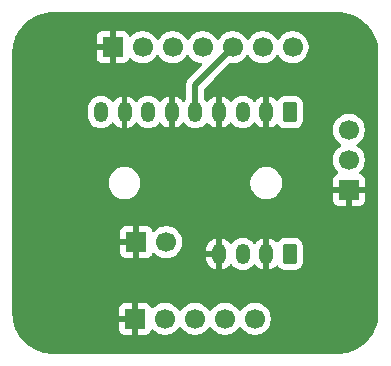
<source format=gbr>
%TF.GenerationSoftware,KiCad,Pcbnew,9.0.2*%
%TF.CreationDate,2025-07-05T20:05:03-04:00*%
%TF.ProjectId,MT6835 Breakout,4d543638-3335-4204-9272-65616b6f7574,rev?*%
%TF.SameCoordinates,Original*%
%TF.FileFunction,Copper,L2,Bot*%
%TF.FilePolarity,Positive*%
%FSLAX46Y46*%
G04 Gerber Fmt 4.6, Leading zero omitted, Abs format (unit mm)*
G04 Created by KiCad (PCBNEW 9.0.2) date 2025-07-05 20:05:03*
%MOMM*%
%LPD*%
G01*
G04 APERTURE LIST*
G04 Aperture macros list*
%AMRoundRect*
0 Rectangle with rounded corners*
0 $1 Rounding radius*
0 $2 $3 $4 $5 $6 $7 $8 $9 X,Y pos of 4 corners*
0 Add a 4 corners polygon primitive as box body*
4,1,4,$2,$3,$4,$5,$6,$7,$8,$9,$2,$3,0*
0 Add four circle primitives for the rounded corners*
1,1,$1+$1,$2,$3*
1,1,$1+$1,$4,$5*
1,1,$1+$1,$6,$7*
1,1,$1+$1,$8,$9*
0 Add four rect primitives between the rounded corners*
20,1,$1+$1,$2,$3,$4,$5,0*
20,1,$1+$1,$4,$5,$6,$7,0*
20,1,$1+$1,$6,$7,$8,$9,0*
20,1,$1+$1,$8,$9,$2,$3,0*%
G04 Aperture macros list end*
%TA.AperFunction,ComponentPad*%
%ADD10O,1.200000X1.750000*%
%TD*%
%TA.AperFunction,ComponentPad*%
%ADD11RoundRect,0.250000X0.350000X0.625000X-0.350000X0.625000X-0.350000X-0.625000X0.350000X-0.625000X0*%
%TD*%
%TA.AperFunction,ComponentPad*%
%ADD12R,1.700000X1.700000*%
%TD*%
%TA.AperFunction,ComponentPad*%
%ADD13C,1.700000*%
%TD*%
%TA.AperFunction,Conductor*%
%ADD14C,0.508000*%
%TD*%
G04 APERTURE END LIST*
D10*
%TO.P,J1,9,Pin_9*%
%TO.N,NCS*%
X131000000Y-89000000D03*
%TO.P,J1,8,Pin_8*%
%TO.N,GND*%
X133000000Y-89000000D03*
%TO.P,J1,7,Pin_7*%
%TO.N,SCK*%
X135000000Y-89000000D03*
%TO.P,J1,6,Pin_6*%
%TO.N,GND*%
X137000000Y-89000000D03*
%TO.P,J1,5,Pin_5*%
%TO.N,MISO*%
X139000000Y-89000000D03*
%TO.P,J1,4,Pin_4*%
%TO.N,GND*%
X141000000Y-89000000D03*
%TO.P,J1,3,Pin_3*%
%TO.N,MOSI*%
X143000000Y-89000000D03*
%TO.P,J1,2,Pin_2*%
%TO.N,GND*%
X145000000Y-89000000D03*
D11*
%TO.P,J1,1,Pin_1*%
%TO.N,+3V3*%
X147000000Y-89000000D03*
%TD*%
D12*
%TO.P,J6,1,Pin_1*%
%TO.N,GND*%
X133880000Y-106500000D03*
D13*
%TO.P,J6,2,Pin_2*%
%TO.N,PWM*%
X136420000Y-106500000D03*
%TO.P,J6,3,Pin_3*%
%TO.N,B*%
X138960000Y-106500000D03*
%TO.P,J6,4,Pin_4*%
%TO.N,A*%
X141500000Y-106500000D03*
%TO.P,J6,5,Pin_5*%
%TO.N,+3V3*%
X144040000Y-106500000D03*
%TD*%
%TO.P,J5,7,Pin_7*%
%TO.N,CAL*%
X147240000Y-83500000D03*
%TO.P,J5,6,Pin_6*%
%TO.N,+3V3*%
X144700000Y-83500000D03*
%TO.P,J5,5,Pin_5*%
%TO.N,MISO*%
X142160000Y-83500000D03*
%TO.P,J5,4,Pin_4*%
%TO.N,MOSI*%
X139620000Y-83500000D03*
%TO.P,J5,3,Pin_3*%
%TO.N,SCK*%
X137080000Y-83500000D03*
%TO.P,J5,2,Pin_2*%
%TO.N,NCS*%
X134540000Y-83500000D03*
D12*
%TO.P,J5,1,Pin_1*%
%TO.N,GND*%
X132000000Y-83500000D03*
%TD*%
%TO.P,J4,1,Pin_1*%
%TO.N,GND*%
X134000000Y-100000000D03*
D13*
%TO.P,J4,2,Pin_2*%
%TO.N,PWM*%
X136540000Y-100000000D03*
%TD*%
D12*
%TO.P,J3,1,Pin_1*%
%TO.N,GND*%
X152000000Y-95580000D03*
D13*
%TO.P,J3,2,Pin_2*%
%TO.N,CAL*%
X152000000Y-93040000D03*
%TO.P,J3,3,Pin_3*%
%TO.N,+3V3*%
X152000000Y-90500000D03*
%TD*%
D11*
%TO.P,J2,1,Pin_1*%
%TO.N,A*%
X147000000Y-101000000D03*
D10*
%TO.P,J2,2,Pin_2*%
%TO.N,GND*%
X145000000Y-101000000D03*
%TO.P,J2,3,Pin_3*%
%TO.N,B*%
X143000000Y-101000000D03*
%TO.P,J2,4,Pin_4*%
%TO.N,GND*%
X141000000Y-101000000D03*
%TD*%
D14*
%TO.N,MISO*%
X139000000Y-86660000D02*
X139000000Y-89000000D01*
X142160000Y-83500000D02*
X139000000Y-86660000D01*
%TD*%
%TA.AperFunction,Conductor*%
%TO.N,GND*%
G36*
X151003032Y-80500648D02*
G01*
X151336929Y-80517052D01*
X151349037Y-80518245D01*
X151452146Y-80533539D01*
X151676699Y-80566849D01*
X151688617Y-80569219D01*
X152009951Y-80649709D01*
X152021588Y-80653240D01*
X152092806Y-80678722D01*
X152333467Y-80764832D01*
X152344688Y-80769479D01*
X152644163Y-80911120D01*
X152654871Y-80916844D01*
X152938988Y-81087137D01*
X152949106Y-81093897D01*
X153215170Y-81291224D01*
X153224576Y-81298944D01*
X153470013Y-81521395D01*
X153478604Y-81529986D01*
X153665755Y-81736475D01*
X153701055Y-81775423D01*
X153708775Y-81784829D01*
X153906102Y-82050893D01*
X153912862Y-82061011D01*
X154041776Y-82276092D01*
X154083148Y-82345116D01*
X154088883Y-82355844D01*
X154205379Y-82602155D01*
X154230514Y-82655297D01*
X154235170Y-82666540D01*
X154346759Y-82978411D01*
X154350292Y-82990055D01*
X154430777Y-83311369D01*
X154433151Y-83323305D01*
X154481754Y-83650962D01*
X154482947Y-83663071D01*
X154499351Y-83996966D01*
X154499500Y-84003051D01*
X154499500Y-105996948D01*
X154499351Y-106003033D01*
X154482947Y-106336928D01*
X154481754Y-106349037D01*
X154433151Y-106676694D01*
X154430777Y-106688630D01*
X154350292Y-107009944D01*
X154346759Y-107021588D01*
X154235170Y-107333459D01*
X154230514Y-107344702D01*
X154088885Y-107644151D01*
X154083148Y-107654883D01*
X153912862Y-107938988D01*
X153906102Y-107949106D01*
X153708775Y-108215170D01*
X153701055Y-108224576D01*
X153478611Y-108470006D01*
X153470006Y-108478611D01*
X153224576Y-108701055D01*
X153215170Y-108708775D01*
X152949106Y-108906102D01*
X152938988Y-108912862D01*
X152654883Y-109083148D01*
X152644151Y-109088885D01*
X152344702Y-109230514D01*
X152333459Y-109235170D01*
X152021588Y-109346759D01*
X152009944Y-109350292D01*
X151688630Y-109430777D01*
X151676694Y-109433151D01*
X151349037Y-109481754D01*
X151336928Y-109482947D01*
X151021989Y-109498419D01*
X151003031Y-109499351D01*
X150996949Y-109499500D01*
X127003051Y-109499500D01*
X126996968Y-109499351D01*
X126976900Y-109498365D01*
X126663071Y-109482947D01*
X126650962Y-109481754D01*
X126323305Y-109433151D01*
X126311369Y-109430777D01*
X125990055Y-109350292D01*
X125978411Y-109346759D01*
X125666540Y-109235170D01*
X125655301Y-109230515D01*
X125355844Y-109088883D01*
X125345121Y-109083150D01*
X125061011Y-108912862D01*
X125050893Y-108906102D01*
X124784829Y-108708775D01*
X124775423Y-108701055D01*
X124736475Y-108665755D01*
X124529986Y-108478604D01*
X124521395Y-108470013D01*
X124298944Y-108224576D01*
X124291224Y-108215170D01*
X124093897Y-107949106D01*
X124087137Y-107938988D01*
X123916844Y-107654871D01*
X123911120Y-107644163D01*
X123769479Y-107344688D01*
X123764829Y-107333459D01*
X123653240Y-107021588D01*
X123649707Y-107009944D01*
X123569220Y-106688621D01*
X123566848Y-106676694D01*
X123550402Y-106565826D01*
X123518245Y-106349037D01*
X123517052Y-106336927D01*
X123509527Y-106183760D01*
X123500649Y-106003032D01*
X123500500Y-105996948D01*
X123500500Y-105602155D01*
X132530000Y-105602155D01*
X132530000Y-106250000D01*
X133446988Y-106250000D01*
X133414075Y-106307007D01*
X133380000Y-106434174D01*
X133380000Y-106565826D01*
X133414075Y-106692993D01*
X133446988Y-106750000D01*
X132530000Y-106750000D01*
X132530000Y-107397844D01*
X132536401Y-107457372D01*
X132536403Y-107457379D01*
X132586645Y-107592086D01*
X132586649Y-107592093D01*
X132672809Y-107707187D01*
X132672812Y-107707190D01*
X132787906Y-107793350D01*
X132787913Y-107793354D01*
X132922620Y-107843596D01*
X132922627Y-107843598D01*
X132982155Y-107849999D01*
X132982172Y-107850000D01*
X133630000Y-107850000D01*
X133630000Y-106933012D01*
X133687007Y-106965925D01*
X133814174Y-107000000D01*
X133945826Y-107000000D01*
X134072993Y-106965925D01*
X134130000Y-106933012D01*
X134130000Y-107850000D01*
X134777828Y-107850000D01*
X134777844Y-107849999D01*
X134837372Y-107843598D01*
X134837379Y-107843596D01*
X134972086Y-107793354D01*
X134972093Y-107793350D01*
X135087187Y-107707190D01*
X135087190Y-107707187D01*
X135173350Y-107592093D01*
X135173354Y-107592086D01*
X135222422Y-107460529D01*
X135264293Y-107404595D01*
X135329757Y-107380178D01*
X135398030Y-107395030D01*
X135426285Y-107416181D01*
X135540213Y-107530109D01*
X135712179Y-107655048D01*
X135712181Y-107655049D01*
X135712184Y-107655051D01*
X135901588Y-107751557D01*
X136103757Y-107817246D01*
X136313713Y-107850500D01*
X136313714Y-107850500D01*
X136526286Y-107850500D01*
X136526287Y-107850500D01*
X136736243Y-107817246D01*
X136938412Y-107751557D01*
X137127816Y-107655051D01*
X137214471Y-107592093D01*
X137299786Y-107530109D01*
X137299788Y-107530106D01*
X137299792Y-107530104D01*
X137450104Y-107379792D01*
X137450106Y-107379788D01*
X137450109Y-107379786D01*
X137575048Y-107207820D01*
X137575047Y-107207820D01*
X137575051Y-107207816D01*
X137579514Y-107199054D01*
X137627488Y-107148259D01*
X137695308Y-107131463D01*
X137761444Y-107153999D01*
X137800486Y-107199056D01*
X137804951Y-107207820D01*
X137929890Y-107379786D01*
X138080213Y-107530109D01*
X138252179Y-107655048D01*
X138252181Y-107655049D01*
X138252184Y-107655051D01*
X138441588Y-107751557D01*
X138643757Y-107817246D01*
X138853713Y-107850500D01*
X138853714Y-107850500D01*
X139066286Y-107850500D01*
X139066287Y-107850500D01*
X139276243Y-107817246D01*
X139478412Y-107751557D01*
X139667816Y-107655051D01*
X139754471Y-107592093D01*
X139839786Y-107530109D01*
X139839788Y-107530106D01*
X139839792Y-107530104D01*
X139990104Y-107379792D01*
X139990106Y-107379788D01*
X139990109Y-107379786D01*
X140115048Y-107207820D01*
X140115047Y-107207820D01*
X140115051Y-107207816D01*
X140119514Y-107199054D01*
X140167488Y-107148259D01*
X140235308Y-107131463D01*
X140301444Y-107153999D01*
X140340486Y-107199056D01*
X140344951Y-107207820D01*
X140469890Y-107379786D01*
X140620213Y-107530109D01*
X140792179Y-107655048D01*
X140792181Y-107655049D01*
X140792184Y-107655051D01*
X140981588Y-107751557D01*
X141183757Y-107817246D01*
X141393713Y-107850500D01*
X141393714Y-107850500D01*
X141606286Y-107850500D01*
X141606287Y-107850500D01*
X141816243Y-107817246D01*
X142018412Y-107751557D01*
X142207816Y-107655051D01*
X142294471Y-107592093D01*
X142379786Y-107530109D01*
X142379788Y-107530106D01*
X142379792Y-107530104D01*
X142530104Y-107379792D01*
X142530106Y-107379788D01*
X142530109Y-107379786D01*
X142655048Y-107207820D01*
X142655047Y-107207820D01*
X142655051Y-107207816D01*
X142659514Y-107199054D01*
X142707488Y-107148259D01*
X142775308Y-107131463D01*
X142841444Y-107153999D01*
X142880486Y-107199056D01*
X142884951Y-107207820D01*
X143009890Y-107379786D01*
X143160213Y-107530109D01*
X143332179Y-107655048D01*
X143332181Y-107655049D01*
X143332184Y-107655051D01*
X143521588Y-107751557D01*
X143723757Y-107817246D01*
X143933713Y-107850500D01*
X143933714Y-107850500D01*
X144146286Y-107850500D01*
X144146287Y-107850500D01*
X144356243Y-107817246D01*
X144558412Y-107751557D01*
X144747816Y-107655051D01*
X144834471Y-107592093D01*
X144919786Y-107530109D01*
X144919788Y-107530106D01*
X144919792Y-107530104D01*
X145070104Y-107379792D01*
X145070106Y-107379788D01*
X145070109Y-107379786D01*
X145195048Y-107207820D01*
X145195047Y-107207820D01*
X145195051Y-107207816D01*
X145291557Y-107018412D01*
X145357246Y-106816243D01*
X145390500Y-106606287D01*
X145390500Y-106393713D01*
X145357246Y-106183757D01*
X145291557Y-105981588D01*
X145195051Y-105792184D01*
X145195049Y-105792181D01*
X145195048Y-105792179D01*
X145070109Y-105620213D01*
X144919786Y-105469890D01*
X144747820Y-105344951D01*
X144558414Y-105248444D01*
X144558413Y-105248443D01*
X144558412Y-105248443D01*
X144356243Y-105182754D01*
X144356241Y-105182753D01*
X144356240Y-105182753D01*
X144194957Y-105157208D01*
X144146287Y-105149500D01*
X143933713Y-105149500D01*
X143885042Y-105157208D01*
X143723760Y-105182753D01*
X143521585Y-105248444D01*
X143332179Y-105344951D01*
X143160213Y-105469890D01*
X143009890Y-105620213D01*
X142884949Y-105792182D01*
X142880484Y-105800946D01*
X142832509Y-105851742D01*
X142764688Y-105868536D01*
X142698553Y-105845998D01*
X142659516Y-105800946D01*
X142655050Y-105792182D01*
X142530109Y-105620213D01*
X142379786Y-105469890D01*
X142207820Y-105344951D01*
X142018414Y-105248444D01*
X142018413Y-105248443D01*
X142018412Y-105248443D01*
X141816243Y-105182754D01*
X141816241Y-105182753D01*
X141816240Y-105182753D01*
X141654957Y-105157208D01*
X141606287Y-105149500D01*
X141393713Y-105149500D01*
X141345042Y-105157208D01*
X141183760Y-105182753D01*
X140981585Y-105248444D01*
X140792179Y-105344951D01*
X140620213Y-105469890D01*
X140469890Y-105620213D01*
X140344949Y-105792182D01*
X140340484Y-105800946D01*
X140292509Y-105851742D01*
X140224688Y-105868536D01*
X140158553Y-105845998D01*
X140119516Y-105800946D01*
X140115050Y-105792182D01*
X139990109Y-105620213D01*
X139839786Y-105469890D01*
X139667820Y-105344951D01*
X139478414Y-105248444D01*
X139478413Y-105248443D01*
X139478412Y-105248443D01*
X139276243Y-105182754D01*
X139276241Y-105182753D01*
X139276240Y-105182753D01*
X139114957Y-105157208D01*
X139066287Y-105149500D01*
X138853713Y-105149500D01*
X138805042Y-105157208D01*
X138643760Y-105182753D01*
X138441585Y-105248444D01*
X138252179Y-105344951D01*
X138080213Y-105469890D01*
X137929890Y-105620213D01*
X137804949Y-105792182D01*
X137800484Y-105800946D01*
X137752509Y-105851742D01*
X137684688Y-105868536D01*
X137618553Y-105845998D01*
X137579516Y-105800946D01*
X137575050Y-105792182D01*
X137450109Y-105620213D01*
X137299786Y-105469890D01*
X137127820Y-105344951D01*
X136938414Y-105248444D01*
X136938413Y-105248443D01*
X136938412Y-105248443D01*
X136736243Y-105182754D01*
X136736241Y-105182753D01*
X136736240Y-105182753D01*
X136574957Y-105157208D01*
X136526287Y-105149500D01*
X136313713Y-105149500D01*
X136265042Y-105157208D01*
X136103760Y-105182753D01*
X135901585Y-105248444D01*
X135712179Y-105344951D01*
X135540215Y-105469889D01*
X135426285Y-105583819D01*
X135364962Y-105617303D01*
X135295270Y-105612319D01*
X135239337Y-105570447D01*
X135222422Y-105539470D01*
X135173354Y-105407913D01*
X135173350Y-105407906D01*
X135087190Y-105292812D01*
X135087187Y-105292809D01*
X134972093Y-105206649D01*
X134972086Y-105206645D01*
X134837379Y-105156403D01*
X134837372Y-105156401D01*
X134777844Y-105150000D01*
X134130000Y-105150000D01*
X134130000Y-106066988D01*
X134072993Y-106034075D01*
X133945826Y-106000000D01*
X133814174Y-106000000D01*
X133687007Y-106034075D01*
X133630000Y-106066988D01*
X133630000Y-105150000D01*
X132982155Y-105150000D01*
X132922627Y-105156401D01*
X132922620Y-105156403D01*
X132787913Y-105206645D01*
X132787906Y-105206649D01*
X132672812Y-105292809D01*
X132672809Y-105292812D01*
X132586649Y-105407906D01*
X132586645Y-105407913D01*
X132536403Y-105542620D01*
X132536401Y-105542627D01*
X132530000Y-105602155D01*
X123500500Y-105602155D01*
X123500500Y-99102155D01*
X132650000Y-99102155D01*
X132650000Y-99750000D01*
X133566988Y-99750000D01*
X133534075Y-99807007D01*
X133500000Y-99934174D01*
X133500000Y-100065826D01*
X133534075Y-100192993D01*
X133566988Y-100250000D01*
X132650000Y-100250000D01*
X132650000Y-100897844D01*
X132656401Y-100957372D01*
X132656403Y-100957379D01*
X132706645Y-101092086D01*
X132706649Y-101092093D01*
X132792809Y-101207187D01*
X132792812Y-101207190D01*
X132907906Y-101293350D01*
X132907913Y-101293354D01*
X133042620Y-101343596D01*
X133042627Y-101343598D01*
X133102155Y-101349999D01*
X133102172Y-101350000D01*
X133750000Y-101350000D01*
X133750000Y-100433012D01*
X133807007Y-100465925D01*
X133934174Y-100500000D01*
X134065826Y-100500000D01*
X134192993Y-100465925D01*
X134250000Y-100433012D01*
X134250000Y-101350000D01*
X134897828Y-101350000D01*
X134897844Y-101349999D01*
X134957372Y-101343598D01*
X134957379Y-101343596D01*
X135092086Y-101293354D01*
X135092093Y-101293350D01*
X135207187Y-101207190D01*
X135207190Y-101207187D01*
X135293350Y-101092093D01*
X135293354Y-101092086D01*
X135342422Y-100960529D01*
X135384293Y-100904595D01*
X135449757Y-100880178D01*
X135518030Y-100895030D01*
X135546285Y-100916181D01*
X135660213Y-101030109D01*
X135832179Y-101155048D01*
X135832181Y-101155049D01*
X135832184Y-101155051D01*
X136021588Y-101251557D01*
X136223757Y-101317246D01*
X136433713Y-101350500D01*
X136433714Y-101350500D01*
X136646286Y-101350500D01*
X136646287Y-101350500D01*
X136856243Y-101317246D01*
X137058412Y-101251557D01*
X137247816Y-101155051D01*
X137419792Y-101030104D01*
X137570104Y-100879792D01*
X137570106Y-100879788D01*
X137570109Y-100879786D01*
X137695048Y-100707820D01*
X137695047Y-100707820D01*
X137695051Y-100707816D01*
X137730406Y-100638428D01*
X139900000Y-100638428D01*
X139900000Y-100750000D01*
X140719670Y-100750000D01*
X140699925Y-100769745D01*
X140650556Y-100855255D01*
X140625000Y-100950630D01*
X140625000Y-101049370D01*
X140650556Y-101144745D01*
X140699925Y-101230255D01*
X140719670Y-101250000D01*
X139900000Y-101250000D01*
X139900000Y-101361571D01*
X139927085Y-101532584D01*
X139980591Y-101697257D01*
X140059195Y-101851524D01*
X140160967Y-101991602D01*
X140283397Y-102114032D01*
X140423475Y-102215804D01*
X140577744Y-102294408D01*
X140742415Y-102347914D01*
X140742414Y-102347914D01*
X140749999Y-102349115D01*
X140750000Y-102349114D01*
X140750000Y-101280330D01*
X140769745Y-101300075D01*
X140855255Y-101349444D01*
X140950630Y-101375000D01*
X141049370Y-101375000D01*
X141144745Y-101349444D01*
X141230255Y-101300075D01*
X141250000Y-101280330D01*
X141250000Y-102349115D01*
X141257584Y-102347914D01*
X141422255Y-102294408D01*
X141576524Y-102215804D01*
X141716602Y-102114032D01*
X141839036Y-101991598D01*
X141899371Y-101908552D01*
X141954700Y-101865886D01*
X142024313Y-101859905D01*
X142086109Y-101892510D01*
X142100008Y-101908550D01*
X142120587Y-101936874D01*
X142160586Y-101991928D01*
X142283072Y-102114414D01*
X142423212Y-102216232D01*
X142577555Y-102294873D01*
X142742299Y-102348402D01*
X142913389Y-102375500D01*
X142913390Y-102375500D01*
X143086610Y-102375500D01*
X143086611Y-102375500D01*
X143257701Y-102348402D01*
X143422445Y-102294873D01*
X143576788Y-102216232D01*
X143716928Y-102114414D01*
X143839414Y-101991928D01*
X143899991Y-101908550D01*
X143955321Y-101865885D01*
X144024934Y-101859906D01*
X144086729Y-101892512D01*
X144100628Y-101908551D01*
X144160967Y-101991602D01*
X144283397Y-102114032D01*
X144423475Y-102215804D01*
X144577744Y-102294408D01*
X144742415Y-102347914D01*
X144742414Y-102347914D01*
X144749999Y-102349115D01*
X144750000Y-102349114D01*
X144750000Y-101280330D01*
X144769745Y-101300075D01*
X144855255Y-101349444D01*
X144950630Y-101375000D01*
X145049370Y-101375000D01*
X145144745Y-101349444D01*
X145230255Y-101300075D01*
X145250000Y-101280330D01*
X145250000Y-102349115D01*
X145257584Y-102347914D01*
X145422255Y-102294408D01*
X145576524Y-102215804D01*
X145716598Y-102114035D01*
X145824199Y-102006434D01*
X145885522Y-101972949D01*
X145955214Y-101977933D01*
X146011148Y-102019804D01*
X146017418Y-102029016D01*
X146057288Y-102093656D01*
X146181344Y-102217712D01*
X146330666Y-102309814D01*
X146497203Y-102364999D01*
X146599991Y-102375500D01*
X147400008Y-102375499D01*
X147400016Y-102375498D01*
X147400019Y-102375498D01*
X147456302Y-102369748D01*
X147502797Y-102364999D01*
X147669334Y-102309814D01*
X147818656Y-102217712D01*
X147942712Y-102093656D01*
X148034814Y-101944334D01*
X148089999Y-101777797D01*
X148100500Y-101675009D01*
X148100499Y-100324992D01*
X148092838Y-100250000D01*
X148089999Y-100222203D01*
X148089998Y-100222200D01*
X148065568Y-100148475D01*
X148034814Y-100055666D01*
X147942712Y-99906344D01*
X147818656Y-99782288D01*
X147693559Y-99705128D01*
X147669336Y-99690187D01*
X147669331Y-99690185D01*
X147667862Y-99689698D01*
X147502797Y-99635001D01*
X147502795Y-99635000D01*
X147400010Y-99624500D01*
X146599998Y-99624500D01*
X146599980Y-99624501D01*
X146497203Y-99635000D01*
X146497200Y-99635001D01*
X146330668Y-99690185D01*
X146330663Y-99690187D01*
X146181342Y-99782289D01*
X146057289Y-99906342D01*
X146017420Y-99970981D01*
X145965472Y-100017705D01*
X145896509Y-100028928D01*
X145832427Y-100001084D01*
X145824200Y-99993565D01*
X145716602Y-99885967D01*
X145576524Y-99784195D01*
X145422257Y-99705591D01*
X145257589Y-99652087D01*
X145257581Y-99652085D01*
X145250000Y-99650884D01*
X145250000Y-100719670D01*
X145230255Y-100699925D01*
X145144745Y-100650556D01*
X145049370Y-100625000D01*
X144950630Y-100625000D01*
X144855255Y-100650556D01*
X144769745Y-100699925D01*
X144750000Y-100719670D01*
X144750000Y-99650884D01*
X144749999Y-99650884D01*
X144742418Y-99652085D01*
X144742410Y-99652087D01*
X144577742Y-99705591D01*
X144423475Y-99784195D01*
X144283397Y-99885967D01*
X144160965Y-100008399D01*
X144160961Y-100008404D01*
X144100627Y-100091448D01*
X144045297Y-100134114D01*
X143975684Y-100140093D01*
X143913889Y-100107488D01*
X143899991Y-100091449D01*
X143881375Y-100065826D01*
X143839414Y-100008072D01*
X143716928Y-99885586D01*
X143576788Y-99783768D01*
X143422445Y-99705127D01*
X143257701Y-99651598D01*
X143257699Y-99651597D01*
X143257698Y-99651597D01*
X143126271Y-99630781D01*
X143086611Y-99624500D01*
X142913389Y-99624500D01*
X142873728Y-99630781D01*
X142742302Y-99651597D01*
X142577552Y-99705128D01*
X142423211Y-99783768D01*
X142391226Y-99807007D01*
X142283072Y-99885586D01*
X142283070Y-99885588D01*
X142283069Y-99885588D01*
X142160585Y-100008072D01*
X142100007Y-100091450D01*
X142044677Y-100134115D01*
X141975063Y-100140093D01*
X141913269Y-100107486D01*
X141899371Y-100091447D01*
X141839036Y-100008401D01*
X141716602Y-99885967D01*
X141576524Y-99784195D01*
X141422257Y-99705591D01*
X141257589Y-99652087D01*
X141257581Y-99652085D01*
X141250000Y-99650884D01*
X141250000Y-100719670D01*
X141230255Y-100699925D01*
X141144745Y-100650556D01*
X141049370Y-100625000D01*
X140950630Y-100625000D01*
X140855255Y-100650556D01*
X140769745Y-100699925D01*
X140750000Y-100719670D01*
X140750000Y-99650884D01*
X140749999Y-99650884D01*
X140742418Y-99652085D01*
X140742410Y-99652087D01*
X140577742Y-99705591D01*
X140423475Y-99784195D01*
X140283397Y-99885967D01*
X140160967Y-100008397D01*
X140059195Y-100148475D01*
X139980591Y-100302742D01*
X139927085Y-100467415D01*
X139900000Y-100638428D01*
X137730406Y-100638428D01*
X137791557Y-100518412D01*
X137857246Y-100316243D01*
X137890500Y-100106287D01*
X137890500Y-99893713D01*
X137857246Y-99683757D01*
X137791557Y-99481588D01*
X137695051Y-99292184D01*
X137695049Y-99292181D01*
X137695048Y-99292179D01*
X137570109Y-99120213D01*
X137419786Y-98969890D01*
X137247820Y-98844951D01*
X137058414Y-98748444D01*
X137058413Y-98748443D01*
X137058412Y-98748443D01*
X136856243Y-98682754D01*
X136856241Y-98682753D01*
X136856240Y-98682753D01*
X136694957Y-98657208D01*
X136646287Y-98649500D01*
X136433713Y-98649500D01*
X136385042Y-98657208D01*
X136223760Y-98682753D01*
X136021585Y-98748444D01*
X135832179Y-98844951D01*
X135660215Y-98969889D01*
X135546285Y-99083819D01*
X135484962Y-99117303D01*
X135415270Y-99112319D01*
X135359337Y-99070447D01*
X135342422Y-99039470D01*
X135293354Y-98907913D01*
X135293350Y-98907906D01*
X135207190Y-98792812D01*
X135207187Y-98792809D01*
X135092093Y-98706649D01*
X135092086Y-98706645D01*
X134957379Y-98656403D01*
X134957372Y-98656401D01*
X134897844Y-98650000D01*
X134250000Y-98650000D01*
X134250000Y-99566988D01*
X134192993Y-99534075D01*
X134065826Y-99500000D01*
X133934174Y-99500000D01*
X133807007Y-99534075D01*
X133750000Y-99566988D01*
X133750000Y-98650000D01*
X133102155Y-98650000D01*
X133042627Y-98656401D01*
X133042620Y-98656403D01*
X132907913Y-98706645D01*
X132907906Y-98706649D01*
X132792812Y-98792809D01*
X132792809Y-98792812D01*
X132706649Y-98907906D01*
X132706645Y-98907913D01*
X132656403Y-99042620D01*
X132656401Y-99042627D01*
X132650000Y-99102155D01*
X123500500Y-99102155D01*
X123500500Y-94893713D01*
X131649500Y-94893713D01*
X131649500Y-95106286D01*
X131682753Y-95316239D01*
X131748444Y-95518414D01*
X131844951Y-95707820D01*
X131969890Y-95879786D01*
X132120213Y-96030109D01*
X132292179Y-96155048D01*
X132292181Y-96155049D01*
X132292184Y-96155051D01*
X132481588Y-96251557D01*
X132683757Y-96317246D01*
X132893713Y-96350500D01*
X132893714Y-96350500D01*
X133106286Y-96350500D01*
X133106287Y-96350500D01*
X133316243Y-96317246D01*
X133518412Y-96251557D01*
X133707816Y-96155051D01*
X133811116Y-96080000D01*
X133879786Y-96030109D01*
X133879788Y-96030106D01*
X133879792Y-96030104D01*
X134030104Y-95879792D01*
X134030106Y-95879788D01*
X134030109Y-95879786D01*
X134155048Y-95707820D01*
X134155047Y-95707820D01*
X134155051Y-95707816D01*
X134251557Y-95518412D01*
X134317246Y-95316243D01*
X134350500Y-95106287D01*
X134350500Y-94893713D01*
X143649500Y-94893713D01*
X143649500Y-95106286D01*
X143682753Y-95316239D01*
X143748444Y-95518414D01*
X143844951Y-95707820D01*
X143969890Y-95879786D01*
X144120213Y-96030109D01*
X144292179Y-96155048D01*
X144292181Y-96155049D01*
X144292184Y-96155051D01*
X144481588Y-96251557D01*
X144683757Y-96317246D01*
X144893713Y-96350500D01*
X144893714Y-96350500D01*
X145106286Y-96350500D01*
X145106287Y-96350500D01*
X145316243Y-96317246D01*
X145518412Y-96251557D01*
X145707816Y-96155051D01*
X145811116Y-96080000D01*
X145879786Y-96030109D01*
X145879788Y-96030106D01*
X145879792Y-96030104D01*
X146030104Y-95879792D01*
X146155051Y-95707816D01*
X146251557Y-95518412D01*
X146317246Y-95316243D01*
X146350500Y-95106287D01*
X146350500Y-94893713D01*
X146317246Y-94683757D01*
X146251557Y-94481588D01*
X146155051Y-94292184D01*
X146155049Y-94292181D01*
X146155048Y-94292179D01*
X146030109Y-94120213D01*
X145879786Y-93969890D01*
X145707820Y-93844951D01*
X145518414Y-93748444D01*
X145518413Y-93748443D01*
X145518412Y-93748443D01*
X145316243Y-93682754D01*
X145316241Y-93682753D01*
X145316240Y-93682753D01*
X145154957Y-93657208D01*
X145106287Y-93649500D01*
X144893713Y-93649500D01*
X144845042Y-93657208D01*
X144683760Y-93682753D01*
X144481585Y-93748444D01*
X144292179Y-93844951D01*
X144120213Y-93969890D01*
X143969890Y-94120213D01*
X143844951Y-94292179D01*
X143748444Y-94481585D01*
X143682753Y-94683760D01*
X143649500Y-94893713D01*
X134350500Y-94893713D01*
X134317246Y-94683757D01*
X134251557Y-94481588D01*
X134155051Y-94292184D01*
X134155049Y-94292181D01*
X134155048Y-94292179D01*
X134030109Y-94120213D01*
X133879786Y-93969890D01*
X133707820Y-93844951D01*
X133518414Y-93748444D01*
X133518413Y-93748443D01*
X133518412Y-93748443D01*
X133316243Y-93682754D01*
X133316241Y-93682753D01*
X133316240Y-93682753D01*
X133154957Y-93657208D01*
X133106287Y-93649500D01*
X132893713Y-93649500D01*
X132845042Y-93657208D01*
X132683760Y-93682753D01*
X132481585Y-93748444D01*
X132292179Y-93844951D01*
X132120213Y-93969890D01*
X131969890Y-94120213D01*
X131844951Y-94292179D01*
X131748444Y-94481585D01*
X131682753Y-94683760D01*
X131649500Y-94893713D01*
X123500500Y-94893713D01*
X123500500Y-90393713D01*
X150649500Y-90393713D01*
X150649500Y-90606286D01*
X150682753Y-90816239D01*
X150748444Y-91018414D01*
X150844951Y-91207820D01*
X150969890Y-91379786D01*
X151120213Y-91530109D01*
X151292182Y-91655050D01*
X151300946Y-91659516D01*
X151351742Y-91707491D01*
X151368536Y-91775312D01*
X151345998Y-91841447D01*
X151300946Y-91880484D01*
X151292182Y-91884949D01*
X151120213Y-92009890D01*
X150969890Y-92160213D01*
X150844951Y-92332179D01*
X150748444Y-92521585D01*
X150682753Y-92723760D01*
X150649500Y-92933713D01*
X150649500Y-93146286D01*
X150682753Y-93356239D01*
X150748444Y-93558414D01*
X150844951Y-93747820D01*
X150969890Y-93919786D01*
X151083818Y-94033714D01*
X151117303Y-94095037D01*
X151112319Y-94164729D01*
X151070447Y-94220662D01*
X151039471Y-94237577D01*
X150907912Y-94286646D01*
X150907906Y-94286649D01*
X150792812Y-94372809D01*
X150792809Y-94372812D01*
X150706649Y-94487906D01*
X150706645Y-94487913D01*
X150656403Y-94622620D01*
X150656401Y-94622627D01*
X150650000Y-94682155D01*
X150650000Y-95330000D01*
X151566988Y-95330000D01*
X151534075Y-95387007D01*
X151500000Y-95514174D01*
X151500000Y-95645826D01*
X151534075Y-95772993D01*
X151566988Y-95830000D01*
X150650000Y-95830000D01*
X150650000Y-96477844D01*
X150656401Y-96537372D01*
X150656403Y-96537379D01*
X150706645Y-96672086D01*
X150706649Y-96672093D01*
X150792809Y-96787187D01*
X150792812Y-96787190D01*
X150907906Y-96873350D01*
X150907913Y-96873354D01*
X151042620Y-96923596D01*
X151042627Y-96923598D01*
X151102155Y-96929999D01*
X151102172Y-96930000D01*
X151750000Y-96930000D01*
X151750000Y-96013012D01*
X151807007Y-96045925D01*
X151934174Y-96080000D01*
X152065826Y-96080000D01*
X152192993Y-96045925D01*
X152250000Y-96013012D01*
X152250000Y-96930000D01*
X152897828Y-96930000D01*
X152897844Y-96929999D01*
X152957372Y-96923598D01*
X152957379Y-96923596D01*
X153092086Y-96873354D01*
X153092093Y-96873350D01*
X153207187Y-96787190D01*
X153207190Y-96787187D01*
X153293350Y-96672093D01*
X153293354Y-96672086D01*
X153343596Y-96537379D01*
X153343598Y-96537372D01*
X153349999Y-96477844D01*
X153350000Y-96477827D01*
X153350000Y-95830000D01*
X152433012Y-95830000D01*
X152465925Y-95772993D01*
X152500000Y-95645826D01*
X152500000Y-95514174D01*
X152465925Y-95387007D01*
X152433012Y-95330000D01*
X153350000Y-95330000D01*
X153350000Y-94682172D01*
X153349999Y-94682155D01*
X153343598Y-94622627D01*
X153343596Y-94622620D01*
X153293354Y-94487913D01*
X153293350Y-94487906D01*
X153207190Y-94372812D01*
X153207187Y-94372809D01*
X153092093Y-94286649D01*
X153092088Y-94286646D01*
X152960528Y-94237577D01*
X152904595Y-94195705D01*
X152880178Y-94130241D01*
X152895030Y-94061968D01*
X152916175Y-94033720D01*
X153030104Y-93919792D01*
X153155051Y-93747816D01*
X153251557Y-93558412D01*
X153317246Y-93356243D01*
X153350500Y-93146287D01*
X153350500Y-92933713D01*
X153317246Y-92723757D01*
X153251557Y-92521588D01*
X153155051Y-92332184D01*
X153155049Y-92332181D01*
X153155048Y-92332179D01*
X153030109Y-92160213D01*
X152879786Y-92009890D01*
X152707820Y-91884951D01*
X152707115Y-91884591D01*
X152699054Y-91880485D01*
X152648259Y-91832512D01*
X152631463Y-91764692D01*
X152653999Y-91698556D01*
X152699054Y-91659515D01*
X152707816Y-91655051D01*
X152729789Y-91639086D01*
X152879786Y-91530109D01*
X152879788Y-91530106D01*
X152879792Y-91530104D01*
X153030104Y-91379792D01*
X153030106Y-91379788D01*
X153030109Y-91379786D01*
X153155048Y-91207820D01*
X153155047Y-91207820D01*
X153155051Y-91207816D01*
X153251557Y-91018412D01*
X153317246Y-90816243D01*
X153350500Y-90606287D01*
X153350500Y-90393713D01*
X153317246Y-90183757D01*
X153251557Y-89981588D01*
X153155051Y-89792184D01*
X153155049Y-89792181D01*
X153155048Y-89792179D01*
X153030109Y-89620213D01*
X152879786Y-89469890D01*
X152707820Y-89344951D01*
X152518414Y-89248444D01*
X152518413Y-89248443D01*
X152518412Y-89248443D01*
X152316243Y-89182754D01*
X152316241Y-89182753D01*
X152316240Y-89182753D01*
X152154957Y-89157208D01*
X152106287Y-89149500D01*
X151893713Y-89149500D01*
X151845042Y-89157208D01*
X151683760Y-89182753D01*
X151481585Y-89248444D01*
X151292179Y-89344951D01*
X151120213Y-89469890D01*
X150969890Y-89620213D01*
X150844951Y-89792179D01*
X150748444Y-89981585D01*
X150682753Y-90183760D01*
X150649500Y-90393713D01*
X123500500Y-90393713D01*
X123500500Y-88638389D01*
X129899500Y-88638389D01*
X129899500Y-89361610D01*
X129916650Y-89469896D01*
X129926598Y-89532701D01*
X129980127Y-89697445D01*
X130058768Y-89851788D01*
X130160586Y-89991928D01*
X130283072Y-90114414D01*
X130423212Y-90216232D01*
X130577555Y-90294873D01*
X130742299Y-90348402D01*
X130913389Y-90375500D01*
X130913390Y-90375500D01*
X131086610Y-90375500D01*
X131086611Y-90375500D01*
X131257701Y-90348402D01*
X131422445Y-90294873D01*
X131576788Y-90216232D01*
X131716928Y-90114414D01*
X131839414Y-89991928D01*
X131899991Y-89908550D01*
X131955321Y-89865885D01*
X132024934Y-89859906D01*
X132086729Y-89892512D01*
X132100628Y-89908551D01*
X132160967Y-89991602D01*
X132283397Y-90114032D01*
X132423475Y-90215804D01*
X132577744Y-90294408D01*
X132742415Y-90347914D01*
X132742414Y-90347914D01*
X132749999Y-90349115D01*
X132750000Y-90349114D01*
X132750000Y-89280330D01*
X132769745Y-89300075D01*
X132855255Y-89349444D01*
X132950630Y-89375000D01*
X133049370Y-89375000D01*
X133144745Y-89349444D01*
X133230255Y-89300075D01*
X133250000Y-89280330D01*
X133250000Y-90349115D01*
X133257584Y-90347914D01*
X133422255Y-90294408D01*
X133576524Y-90215804D01*
X133716602Y-90114032D01*
X133839036Y-89991598D01*
X133899371Y-89908552D01*
X133954700Y-89865886D01*
X134024313Y-89859905D01*
X134086109Y-89892510D01*
X134100008Y-89908550D01*
X134120587Y-89936874D01*
X134160586Y-89991928D01*
X134283072Y-90114414D01*
X134423212Y-90216232D01*
X134577555Y-90294873D01*
X134742299Y-90348402D01*
X134913389Y-90375500D01*
X134913390Y-90375500D01*
X135086610Y-90375500D01*
X135086611Y-90375500D01*
X135257701Y-90348402D01*
X135422445Y-90294873D01*
X135576788Y-90216232D01*
X135716928Y-90114414D01*
X135839414Y-89991928D01*
X135899991Y-89908550D01*
X135955321Y-89865885D01*
X136024934Y-89859906D01*
X136086729Y-89892512D01*
X136100628Y-89908551D01*
X136160967Y-89991602D01*
X136283397Y-90114032D01*
X136423475Y-90215804D01*
X136577744Y-90294408D01*
X136742415Y-90347914D01*
X136742414Y-90347914D01*
X136749999Y-90349115D01*
X136750000Y-90349114D01*
X136750000Y-89280330D01*
X136769745Y-89300075D01*
X136855255Y-89349444D01*
X136950630Y-89375000D01*
X137049370Y-89375000D01*
X137144745Y-89349444D01*
X137230255Y-89300075D01*
X137250000Y-89280330D01*
X137250000Y-90349115D01*
X137257584Y-90347914D01*
X137422255Y-90294408D01*
X137576524Y-90215804D01*
X137716602Y-90114032D01*
X137839036Y-89991598D01*
X137899371Y-89908552D01*
X137954700Y-89865886D01*
X138024313Y-89859905D01*
X138086109Y-89892510D01*
X138100008Y-89908550D01*
X138120587Y-89936874D01*
X138160586Y-89991928D01*
X138283072Y-90114414D01*
X138423212Y-90216232D01*
X138577555Y-90294873D01*
X138742299Y-90348402D01*
X138913389Y-90375500D01*
X138913390Y-90375500D01*
X139086610Y-90375500D01*
X139086611Y-90375500D01*
X139257701Y-90348402D01*
X139422445Y-90294873D01*
X139576788Y-90216232D01*
X139716928Y-90114414D01*
X139839414Y-89991928D01*
X139899991Y-89908550D01*
X139955321Y-89865885D01*
X140024934Y-89859906D01*
X140086729Y-89892512D01*
X140100628Y-89908551D01*
X140160967Y-89991602D01*
X140283397Y-90114032D01*
X140423475Y-90215804D01*
X140577744Y-90294408D01*
X140742415Y-90347914D01*
X140742414Y-90347914D01*
X140749999Y-90349115D01*
X140750000Y-90349114D01*
X140750000Y-89280330D01*
X140769745Y-89300075D01*
X140855255Y-89349444D01*
X140950630Y-89375000D01*
X141049370Y-89375000D01*
X141144745Y-89349444D01*
X141230255Y-89300075D01*
X141250000Y-89280330D01*
X141250000Y-90349115D01*
X141257584Y-90347914D01*
X141422255Y-90294408D01*
X141576524Y-90215804D01*
X141716602Y-90114032D01*
X141839036Y-89991598D01*
X141899371Y-89908552D01*
X141954700Y-89865886D01*
X142024313Y-89859905D01*
X142086109Y-89892510D01*
X142100008Y-89908550D01*
X142120587Y-89936874D01*
X142160586Y-89991928D01*
X142283072Y-90114414D01*
X142423212Y-90216232D01*
X142577555Y-90294873D01*
X142742299Y-90348402D01*
X142913389Y-90375500D01*
X142913390Y-90375500D01*
X143086610Y-90375500D01*
X143086611Y-90375500D01*
X143257701Y-90348402D01*
X143422445Y-90294873D01*
X143576788Y-90216232D01*
X143716928Y-90114414D01*
X143839414Y-89991928D01*
X143899991Y-89908550D01*
X143955321Y-89865885D01*
X144024934Y-89859906D01*
X144086729Y-89892512D01*
X144100628Y-89908551D01*
X144160967Y-89991602D01*
X144283397Y-90114032D01*
X144423475Y-90215804D01*
X144577744Y-90294408D01*
X144742415Y-90347914D01*
X144742414Y-90347914D01*
X144749999Y-90349115D01*
X144750000Y-90349114D01*
X144750000Y-89280330D01*
X144769745Y-89300075D01*
X144855255Y-89349444D01*
X144950630Y-89375000D01*
X145049370Y-89375000D01*
X145144745Y-89349444D01*
X145230255Y-89300075D01*
X145250000Y-89280330D01*
X145250000Y-90349115D01*
X145257584Y-90347914D01*
X145422255Y-90294408D01*
X145576524Y-90215804D01*
X145716598Y-90114035D01*
X145824199Y-90006434D01*
X145885522Y-89972949D01*
X145955214Y-89977933D01*
X146011148Y-90019804D01*
X146017418Y-90029016D01*
X146057288Y-90093656D01*
X146181344Y-90217712D01*
X146330666Y-90309814D01*
X146497203Y-90364999D01*
X146599991Y-90375500D01*
X147400008Y-90375499D01*
X147400016Y-90375498D01*
X147400019Y-90375498D01*
X147456302Y-90369748D01*
X147502797Y-90364999D01*
X147669334Y-90309814D01*
X147818656Y-90217712D01*
X147942712Y-90093656D01*
X148034814Y-89944334D01*
X148089999Y-89777797D01*
X148100500Y-89675009D01*
X148100499Y-88324992D01*
X148089999Y-88222203D01*
X148034814Y-88055666D01*
X147942712Y-87906344D01*
X147818656Y-87782288D01*
X147693559Y-87705128D01*
X147669336Y-87690187D01*
X147669331Y-87690185D01*
X147667862Y-87689698D01*
X147502797Y-87635001D01*
X147502795Y-87635000D01*
X147400010Y-87624500D01*
X146599998Y-87624500D01*
X146599980Y-87624501D01*
X146497203Y-87635000D01*
X146497200Y-87635001D01*
X146330668Y-87690185D01*
X146330663Y-87690187D01*
X146181342Y-87782289D01*
X146057289Y-87906342D01*
X146017420Y-87970981D01*
X145965472Y-88017705D01*
X145896509Y-88028928D01*
X145832427Y-88001084D01*
X145824200Y-87993565D01*
X145716602Y-87885967D01*
X145576524Y-87784195D01*
X145422257Y-87705591D01*
X145257589Y-87652087D01*
X145257581Y-87652085D01*
X145250000Y-87650884D01*
X145250000Y-88719670D01*
X145230255Y-88699925D01*
X145144745Y-88650556D01*
X145049370Y-88625000D01*
X144950630Y-88625000D01*
X144855255Y-88650556D01*
X144769745Y-88699925D01*
X144750000Y-88719670D01*
X144750000Y-87650884D01*
X144749999Y-87650884D01*
X144742418Y-87652085D01*
X144742410Y-87652087D01*
X144577742Y-87705591D01*
X144423475Y-87784195D01*
X144283397Y-87885967D01*
X144160965Y-88008399D01*
X144160961Y-88008404D01*
X144100627Y-88091448D01*
X144045297Y-88134114D01*
X143975684Y-88140093D01*
X143913889Y-88107488D01*
X143899991Y-88091449D01*
X143899990Y-88091447D01*
X143839414Y-88008072D01*
X143716928Y-87885586D01*
X143576788Y-87783768D01*
X143422445Y-87705127D01*
X143257701Y-87651598D01*
X143257699Y-87651597D01*
X143257698Y-87651597D01*
X143126271Y-87630781D01*
X143086611Y-87624500D01*
X142913389Y-87624500D01*
X142873728Y-87630781D01*
X142742302Y-87651597D01*
X142577552Y-87705128D01*
X142423211Y-87783768D01*
X142343256Y-87841859D01*
X142283072Y-87885586D01*
X142283070Y-87885588D01*
X142283069Y-87885588D01*
X142160585Y-88008072D01*
X142100007Y-88091450D01*
X142044677Y-88134115D01*
X141975063Y-88140093D01*
X141913269Y-88107486D01*
X141899371Y-88091447D01*
X141839036Y-88008401D01*
X141716602Y-87885967D01*
X141576524Y-87784195D01*
X141422257Y-87705591D01*
X141257589Y-87652087D01*
X141257581Y-87652085D01*
X141250000Y-87650884D01*
X141250000Y-88719670D01*
X141230255Y-88699925D01*
X141144745Y-88650556D01*
X141049370Y-88625000D01*
X140950630Y-88625000D01*
X140855255Y-88650556D01*
X140769745Y-88699925D01*
X140750000Y-88719670D01*
X140750000Y-87650884D01*
X140749999Y-87650884D01*
X140742418Y-87652085D01*
X140742410Y-87652087D01*
X140577742Y-87705591D01*
X140423475Y-87784195D01*
X140283397Y-87885967D01*
X140160965Y-88008399D01*
X140160961Y-88008404D01*
X140100627Y-88091448D01*
X140081403Y-88106271D01*
X140065116Y-88124280D01*
X140054228Y-88127227D01*
X140045297Y-88134114D01*
X140021109Y-88136191D01*
X139997673Y-88142535D01*
X139986920Y-88139127D01*
X139975684Y-88140093D01*
X139954212Y-88128763D01*
X139931067Y-88121430D01*
X139919907Y-88110663D01*
X139913889Y-88107488D01*
X139904891Y-88097755D01*
X139902336Y-88094677D01*
X139839414Y-88008072D01*
X139786752Y-87955410D01*
X139783082Y-87950988D01*
X139771432Y-87923972D01*
X139757334Y-87898154D01*
X139756349Y-87888996D01*
X139755415Y-87886830D01*
X139755840Y-87884261D01*
X139754500Y-87871796D01*
X139754500Y-87023886D01*
X139774185Y-86956847D01*
X139790819Y-86936205D01*
X140547993Y-86179031D01*
X141856077Y-84870946D01*
X141917398Y-84837463D01*
X141963150Y-84836156D01*
X142053713Y-84850500D01*
X142053715Y-84850500D01*
X142266286Y-84850500D01*
X142266287Y-84850500D01*
X142476243Y-84817246D01*
X142678412Y-84751557D01*
X142867816Y-84655051D01*
X142954471Y-84592093D01*
X143039786Y-84530109D01*
X143039788Y-84530106D01*
X143039792Y-84530104D01*
X143190104Y-84379792D01*
X143190106Y-84379788D01*
X143190109Y-84379786D01*
X143315048Y-84207820D01*
X143315047Y-84207820D01*
X143315051Y-84207816D01*
X143319514Y-84199054D01*
X143367488Y-84148259D01*
X143435308Y-84131463D01*
X143501444Y-84153999D01*
X143540486Y-84199056D01*
X143544951Y-84207820D01*
X143669890Y-84379786D01*
X143820213Y-84530109D01*
X143992179Y-84655048D01*
X143992181Y-84655049D01*
X143992184Y-84655051D01*
X144181588Y-84751557D01*
X144383757Y-84817246D01*
X144593713Y-84850500D01*
X144593714Y-84850500D01*
X144806286Y-84850500D01*
X144806287Y-84850500D01*
X145016243Y-84817246D01*
X145218412Y-84751557D01*
X145407816Y-84655051D01*
X145494471Y-84592093D01*
X145579786Y-84530109D01*
X145579788Y-84530106D01*
X145579792Y-84530104D01*
X145730104Y-84379792D01*
X145730106Y-84379788D01*
X145730109Y-84379786D01*
X145855048Y-84207820D01*
X145855047Y-84207820D01*
X145855051Y-84207816D01*
X145859514Y-84199054D01*
X145907488Y-84148259D01*
X145975308Y-84131463D01*
X146041444Y-84153999D01*
X146080486Y-84199056D01*
X146084951Y-84207820D01*
X146209890Y-84379786D01*
X146360213Y-84530109D01*
X146532179Y-84655048D01*
X146532181Y-84655049D01*
X146532184Y-84655051D01*
X146721588Y-84751557D01*
X146923757Y-84817246D01*
X147133713Y-84850500D01*
X147133714Y-84850500D01*
X147346286Y-84850500D01*
X147346287Y-84850500D01*
X147556243Y-84817246D01*
X147758412Y-84751557D01*
X147947816Y-84655051D01*
X148034471Y-84592093D01*
X148119786Y-84530109D01*
X148119788Y-84530106D01*
X148119792Y-84530104D01*
X148270104Y-84379792D01*
X148270106Y-84379788D01*
X148270109Y-84379786D01*
X148395048Y-84207820D01*
X148395047Y-84207820D01*
X148395051Y-84207816D01*
X148491557Y-84018412D01*
X148557246Y-83816243D01*
X148590500Y-83606287D01*
X148590500Y-83393713D01*
X148557246Y-83183757D01*
X148491557Y-82981588D01*
X148395051Y-82792184D01*
X148395049Y-82792181D01*
X148395048Y-82792179D01*
X148270109Y-82620213D01*
X148119786Y-82469890D01*
X147947820Y-82344951D01*
X147758414Y-82248444D01*
X147758413Y-82248443D01*
X147758412Y-82248443D01*
X147556243Y-82182754D01*
X147556241Y-82182753D01*
X147556240Y-82182753D01*
X147394957Y-82157208D01*
X147346287Y-82149500D01*
X147133713Y-82149500D01*
X147085042Y-82157208D01*
X146923760Y-82182753D01*
X146721585Y-82248444D01*
X146532179Y-82344951D01*
X146360213Y-82469890D01*
X146209890Y-82620213D01*
X146084949Y-82792182D01*
X146080484Y-82800946D01*
X146032509Y-82851742D01*
X145964688Y-82868536D01*
X145898553Y-82845998D01*
X145859516Y-82800946D01*
X145855050Y-82792182D01*
X145730109Y-82620213D01*
X145579786Y-82469890D01*
X145407820Y-82344951D01*
X145218414Y-82248444D01*
X145218413Y-82248443D01*
X145218412Y-82248443D01*
X145016243Y-82182754D01*
X145016241Y-82182753D01*
X145016240Y-82182753D01*
X144854957Y-82157208D01*
X144806287Y-82149500D01*
X144593713Y-82149500D01*
X144545042Y-82157208D01*
X144383760Y-82182753D01*
X144181585Y-82248444D01*
X143992179Y-82344951D01*
X143820213Y-82469890D01*
X143669890Y-82620213D01*
X143544949Y-82792182D01*
X143540484Y-82800946D01*
X143492509Y-82851742D01*
X143424688Y-82868536D01*
X143358553Y-82845998D01*
X143319516Y-82800946D01*
X143315050Y-82792182D01*
X143190109Y-82620213D01*
X143039786Y-82469890D01*
X142867820Y-82344951D01*
X142678414Y-82248444D01*
X142678413Y-82248443D01*
X142678412Y-82248443D01*
X142476243Y-82182754D01*
X142476241Y-82182753D01*
X142476240Y-82182753D01*
X142314957Y-82157208D01*
X142266287Y-82149500D01*
X142053713Y-82149500D01*
X142005042Y-82157208D01*
X141843760Y-82182753D01*
X141641585Y-82248444D01*
X141452179Y-82344951D01*
X141280213Y-82469890D01*
X141129890Y-82620213D01*
X141004949Y-82792182D01*
X141000484Y-82800946D01*
X140952509Y-82851742D01*
X140884688Y-82868536D01*
X140818553Y-82845998D01*
X140779516Y-82800946D01*
X140775050Y-82792182D01*
X140650109Y-82620213D01*
X140499786Y-82469890D01*
X140327820Y-82344951D01*
X140138414Y-82248444D01*
X140138413Y-82248443D01*
X140138412Y-82248443D01*
X139936243Y-82182754D01*
X139936241Y-82182753D01*
X139936240Y-82182753D01*
X139774957Y-82157208D01*
X139726287Y-82149500D01*
X139513713Y-82149500D01*
X139465042Y-82157208D01*
X139303760Y-82182753D01*
X139101585Y-82248444D01*
X138912179Y-82344951D01*
X138740213Y-82469890D01*
X138589890Y-82620213D01*
X138464949Y-82792182D01*
X138460484Y-82800946D01*
X138412509Y-82851742D01*
X138344688Y-82868536D01*
X138278553Y-82845998D01*
X138239516Y-82800946D01*
X138235050Y-82792182D01*
X138110109Y-82620213D01*
X137959786Y-82469890D01*
X137787820Y-82344951D01*
X137598414Y-82248444D01*
X137598413Y-82248443D01*
X137598412Y-82248443D01*
X137396243Y-82182754D01*
X137396241Y-82182753D01*
X137396240Y-82182753D01*
X137234957Y-82157208D01*
X137186287Y-82149500D01*
X136973713Y-82149500D01*
X136925042Y-82157208D01*
X136763760Y-82182753D01*
X136561585Y-82248444D01*
X136372179Y-82344951D01*
X136200213Y-82469890D01*
X136049890Y-82620213D01*
X135924949Y-82792182D01*
X135920484Y-82800946D01*
X135872509Y-82851742D01*
X135804688Y-82868536D01*
X135738553Y-82845998D01*
X135699516Y-82800946D01*
X135695050Y-82792182D01*
X135570109Y-82620213D01*
X135419786Y-82469890D01*
X135247820Y-82344951D01*
X135058414Y-82248444D01*
X135058413Y-82248443D01*
X135058412Y-82248443D01*
X134856243Y-82182754D01*
X134856241Y-82182753D01*
X134856240Y-82182753D01*
X134694957Y-82157208D01*
X134646287Y-82149500D01*
X134433713Y-82149500D01*
X134385042Y-82157208D01*
X134223760Y-82182753D01*
X134021585Y-82248444D01*
X133832179Y-82344951D01*
X133660215Y-82469889D01*
X133546285Y-82583819D01*
X133484962Y-82617303D01*
X133415270Y-82612319D01*
X133359337Y-82570447D01*
X133342422Y-82539470D01*
X133293354Y-82407913D01*
X133293350Y-82407906D01*
X133207190Y-82292812D01*
X133207187Y-82292809D01*
X133092093Y-82206649D01*
X133092086Y-82206645D01*
X132957379Y-82156403D01*
X132957372Y-82156401D01*
X132897844Y-82150000D01*
X132250000Y-82150000D01*
X132250000Y-83066988D01*
X132192993Y-83034075D01*
X132065826Y-83000000D01*
X131934174Y-83000000D01*
X131807007Y-83034075D01*
X131750000Y-83066988D01*
X131750000Y-82150000D01*
X131102155Y-82150000D01*
X131042627Y-82156401D01*
X131042620Y-82156403D01*
X130907913Y-82206645D01*
X130907906Y-82206649D01*
X130792812Y-82292809D01*
X130792809Y-82292812D01*
X130706649Y-82407906D01*
X130706645Y-82407913D01*
X130656403Y-82542620D01*
X130656401Y-82542627D01*
X130650000Y-82602155D01*
X130650000Y-83250000D01*
X131566988Y-83250000D01*
X131534075Y-83307007D01*
X131500000Y-83434174D01*
X131500000Y-83565826D01*
X131534075Y-83692993D01*
X131566988Y-83750000D01*
X130650000Y-83750000D01*
X130650000Y-84397844D01*
X130656401Y-84457372D01*
X130656403Y-84457379D01*
X130706645Y-84592086D01*
X130706649Y-84592093D01*
X130792809Y-84707187D01*
X130792812Y-84707190D01*
X130907906Y-84793350D01*
X130907913Y-84793354D01*
X131042620Y-84843596D01*
X131042627Y-84843598D01*
X131102155Y-84849999D01*
X131102172Y-84850000D01*
X131750000Y-84850000D01*
X131750000Y-83933012D01*
X131807007Y-83965925D01*
X131934174Y-84000000D01*
X132065826Y-84000000D01*
X132192993Y-83965925D01*
X132250000Y-83933012D01*
X132250000Y-84850000D01*
X132897828Y-84850000D01*
X132897844Y-84849999D01*
X132957372Y-84843598D01*
X132957379Y-84843596D01*
X133092086Y-84793354D01*
X133092093Y-84793350D01*
X133207187Y-84707190D01*
X133207190Y-84707187D01*
X133293350Y-84592093D01*
X133293354Y-84592086D01*
X133342422Y-84460529D01*
X133384293Y-84404595D01*
X133449757Y-84380178D01*
X133518030Y-84395030D01*
X133546285Y-84416181D01*
X133660213Y-84530109D01*
X133832179Y-84655048D01*
X133832181Y-84655049D01*
X133832184Y-84655051D01*
X134021588Y-84751557D01*
X134223757Y-84817246D01*
X134433713Y-84850500D01*
X134433714Y-84850500D01*
X134646286Y-84850500D01*
X134646287Y-84850500D01*
X134856243Y-84817246D01*
X135058412Y-84751557D01*
X135247816Y-84655051D01*
X135334471Y-84592093D01*
X135419786Y-84530109D01*
X135419788Y-84530106D01*
X135419792Y-84530104D01*
X135570104Y-84379792D01*
X135570106Y-84379788D01*
X135570109Y-84379786D01*
X135695048Y-84207820D01*
X135695047Y-84207820D01*
X135695051Y-84207816D01*
X135699514Y-84199054D01*
X135747488Y-84148259D01*
X135815308Y-84131463D01*
X135881444Y-84153999D01*
X135920486Y-84199056D01*
X135924951Y-84207820D01*
X136049890Y-84379786D01*
X136200213Y-84530109D01*
X136372179Y-84655048D01*
X136372181Y-84655049D01*
X136372184Y-84655051D01*
X136561588Y-84751557D01*
X136763757Y-84817246D01*
X136973713Y-84850500D01*
X136973714Y-84850500D01*
X137186286Y-84850500D01*
X137186287Y-84850500D01*
X137396243Y-84817246D01*
X137598412Y-84751557D01*
X137787816Y-84655051D01*
X137874471Y-84592093D01*
X137959786Y-84530109D01*
X137959788Y-84530106D01*
X137959792Y-84530104D01*
X138110104Y-84379792D01*
X138110106Y-84379788D01*
X138110109Y-84379786D01*
X138235048Y-84207820D01*
X138235047Y-84207820D01*
X138235051Y-84207816D01*
X138239514Y-84199054D01*
X138287488Y-84148259D01*
X138355308Y-84131463D01*
X138421444Y-84153999D01*
X138460486Y-84199056D01*
X138464951Y-84207820D01*
X138589890Y-84379786D01*
X138740213Y-84530109D01*
X138912179Y-84655048D01*
X138912181Y-84655049D01*
X138912184Y-84655051D01*
X139101588Y-84751557D01*
X139303757Y-84817246D01*
X139303760Y-84817246D01*
X139303761Y-84817247D01*
X139360751Y-84826273D01*
X139470830Y-84843707D01*
X139533963Y-84873636D01*
X139570895Y-84932947D01*
X139569897Y-85002810D01*
X139539112Y-85053861D01*
X138413942Y-86179031D01*
X138331372Y-86302607D01*
X138331366Y-86302618D01*
X138274496Y-86439916D01*
X138274493Y-86439926D01*
X138245499Y-86585685D01*
X138245499Y-86740425D01*
X138245500Y-86740446D01*
X138245500Y-87871796D01*
X138238413Y-87895928D01*
X138235364Y-87920898D01*
X138227816Y-87932018D01*
X138225815Y-87938835D01*
X138216918Y-87950988D01*
X138213247Y-87955410D01*
X138160586Y-88008072D01*
X138097670Y-88094667D01*
X138095108Y-88097755D01*
X138069310Y-88115120D01*
X138044677Y-88134115D01*
X138040567Y-88134467D01*
X138037146Y-88136771D01*
X138006049Y-88137432D01*
X137975063Y-88140093D01*
X137971415Y-88138168D01*
X137967292Y-88138256D01*
X137940773Y-88121999D01*
X137913269Y-88107486D01*
X137908929Y-88102478D01*
X137907724Y-88101739D01*
X137907013Y-88100266D01*
X137899371Y-88091447D01*
X137839036Y-88008401D01*
X137716602Y-87885967D01*
X137576524Y-87784195D01*
X137422257Y-87705591D01*
X137257589Y-87652087D01*
X137257581Y-87652085D01*
X137250000Y-87650884D01*
X137250000Y-88719670D01*
X137230255Y-88699925D01*
X137144745Y-88650556D01*
X137049370Y-88625000D01*
X136950630Y-88625000D01*
X136855255Y-88650556D01*
X136769745Y-88699925D01*
X136750000Y-88719670D01*
X136750000Y-87650884D01*
X136749999Y-87650884D01*
X136742418Y-87652085D01*
X136742410Y-87652087D01*
X136577742Y-87705591D01*
X136423475Y-87784195D01*
X136283397Y-87885967D01*
X136160965Y-88008399D01*
X136160961Y-88008404D01*
X136100627Y-88091448D01*
X136045297Y-88134114D01*
X135975684Y-88140093D01*
X135913889Y-88107488D01*
X135899991Y-88091449D01*
X135899990Y-88091447D01*
X135839414Y-88008072D01*
X135716928Y-87885586D01*
X135576788Y-87783768D01*
X135422445Y-87705127D01*
X135257701Y-87651598D01*
X135257699Y-87651597D01*
X135257698Y-87651597D01*
X135126271Y-87630781D01*
X135086611Y-87624500D01*
X134913389Y-87624500D01*
X134873728Y-87630781D01*
X134742302Y-87651597D01*
X134577552Y-87705128D01*
X134423211Y-87783768D01*
X134343256Y-87841859D01*
X134283072Y-87885586D01*
X134283070Y-87885588D01*
X134283069Y-87885588D01*
X134160585Y-88008072D01*
X134100007Y-88091450D01*
X134044677Y-88134115D01*
X133975063Y-88140093D01*
X133913269Y-88107486D01*
X133899371Y-88091447D01*
X133839036Y-88008401D01*
X133716602Y-87885967D01*
X133576524Y-87784195D01*
X133422257Y-87705591D01*
X133257589Y-87652087D01*
X133257581Y-87652085D01*
X133250000Y-87650884D01*
X133250000Y-88719670D01*
X133230255Y-88699925D01*
X133144745Y-88650556D01*
X133049370Y-88625000D01*
X132950630Y-88625000D01*
X132855255Y-88650556D01*
X132769745Y-88699925D01*
X132750000Y-88719670D01*
X132750000Y-87650884D01*
X132749999Y-87650884D01*
X132742418Y-87652085D01*
X132742410Y-87652087D01*
X132577742Y-87705591D01*
X132423475Y-87784195D01*
X132283397Y-87885967D01*
X132160965Y-88008399D01*
X132160961Y-88008404D01*
X132100627Y-88091448D01*
X132045297Y-88134114D01*
X131975684Y-88140093D01*
X131913889Y-88107488D01*
X131899991Y-88091449D01*
X131899990Y-88091447D01*
X131839414Y-88008072D01*
X131716928Y-87885586D01*
X131576788Y-87783768D01*
X131422445Y-87705127D01*
X131257701Y-87651598D01*
X131257699Y-87651597D01*
X131257698Y-87651597D01*
X131126271Y-87630781D01*
X131086611Y-87624500D01*
X130913389Y-87624500D01*
X130873728Y-87630781D01*
X130742302Y-87651597D01*
X130577552Y-87705128D01*
X130423211Y-87783768D01*
X130343256Y-87841859D01*
X130283072Y-87885586D01*
X130283070Y-87885588D01*
X130283069Y-87885588D01*
X130160588Y-88008069D01*
X130160588Y-88008070D01*
X130160586Y-88008072D01*
X130126009Y-88055663D01*
X130058768Y-88148211D01*
X129980128Y-88302552D01*
X129926597Y-88467302D01*
X129899500Y-88638389D01*
X123500500Y-88638389D01*
X123500500Y-84003051D01*
X123500649Y-83996967D01*
X123515604Y-83692554D01*
X123517052Y-83663073D01*
X123518245Y-83650962D01*
X123530874Y-83565826D01*
X123566849Y-83323296D01*
X123569218Y-83311385D01*
X123649710Y-82990043D01*
X123653240Y-82978411D01*
X123719875Y-82792179D01*
X123764835Y-82666525D01*
X123769476Y-82655318D01*
X123911124Y-82355828D01*
X123916840Y-82345136D01*
X124087145Y-82060998D01*
X124093888Y-82050905D01*
X124291232Y-81784818D01*
X124298935Y-81775433D01*
X124521405Y-81529975D01*
X124529975Y-81521405D01*
X124775433Y-81298935D01*
X124784818Y-81291232D01*
X125050905Y-81093888D01*
X125060998Y-81087145D01*
X125345136Y-80916840D01*
X125355828Y-80911124D01*
X125655318Y-80769476D01*
X125666525Y-80764835D01*
X125978412Y-80653239D01*
X125990043Y-80649710D01*
X126311385Y-80569218D01*
X126323296Y-80566849D01*
X126650962Y-80518244D01*
X126663068Y-80517052D01*
X126996967Y-80500648D01*
X127003051Y-80500500D01*
X127065892Y-80500500D01*
X150934108Y-80500500D01*
X150996949Y-80500500D01*
X151003032Y-80500648D01*
G37*
%TD.AperFunction*%
%TD*%
M02*

</source>
